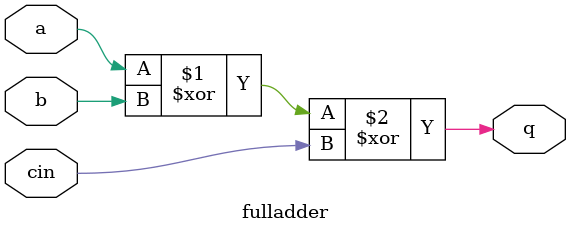
<source format=v>
module fulladder(a, b, cin, q);

// one-bit full adder. Does not compute carry out as it is already handled elsewhere.

input a, b, cin;
output q;

assign q = (a ^ b) ^ cin;

endmodule
</source>
